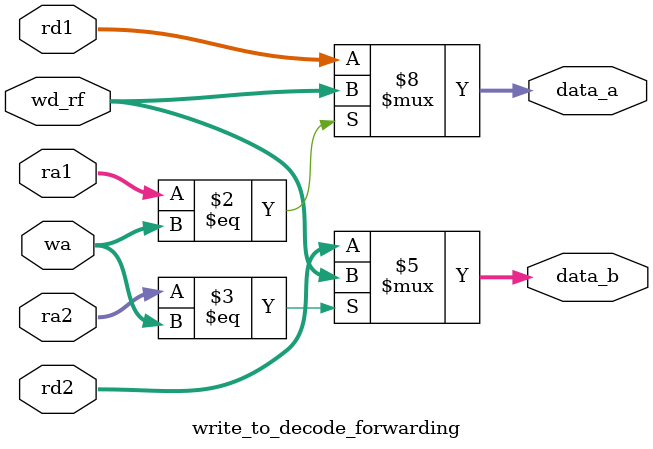
<source format=v>
`timescale 1ns / 1ps

module data_forwarding_unit(
    input wire [4:0] ra1, ra2, wa_M, wa_W, 
    input wire [31:0] rd1, rd2, wd_rfM, wd_rfW,
    output reg [31:0] data_a, data_b
    );
    
    always@(*) begin
        if(ra1 == wa_W) begin
            data_a <= wd_rfW;
        end
        else if(ra1 == wa_M) begin
            data_a <= wd_rfM; 
        end
        else begin
            data_a <= rd1; 
        end
        
        if(ra2 == wa_W) begin
            data_b <= wd_rfW;
        end
        else if(ra2 == wa_M) begin
            data_b <= wd_rfM; 
        end
        else begin
            data_b <= rd2; 
        end
    end
endmodule


module write_to_decode_forwarding(
    input wire [4:0] ra1, ra2, wa,
    input wire [31:0] rd1, rd2, wd_rf,
    
    output reg [31:0] data_a, data_b
    );

    always@(*) begin
        if(ra1 == wa) data_a <= wd_rf; 
        else data_a <= rd1; 
        
        if(ra2 == wa) data_b <= wd_rf; 
        else data_b <= rd2; 
    end
endmodule
</source>
